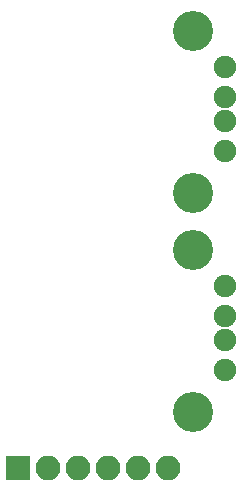
<source format=gbr>
G04 #@! TF.GenerationSoftware,KiCad,Pcbnew,(5.0.0)*
G04 #@! TF.CreationDate,2018-12-19T21:55:00+01:00*
G04 #@! TF.ProjectId,main,6D61696E2E6B696361645F7063620000,rev?*
G04 #@! TF.SameCoordinates,Original*
G04 #@! TF.FileFunction,Soldermask,Top*
G04 #@! TF.FilePolarity,Negative*
%FSLAX46Y46*%
G04 Gerber Fmt 4.6, Leading zero omitted, Abs format (unit mm)*
G04 Created by KiCad (PCBNEW (5.0.0)) date 12/19/18 21:55:00*
%MOMM*%
%LPD*%
G01*
G04 APERTURE LIST*
%ADD10O,2.100000X2.100000*%
%ADD11R,2.100000X2.100000*%
%ADD12C,1.900000*%
%ADD13C,3.400000*%
G04 APERTURE END LIST*
D10*
G04 #@! TO.C,J3*
X242595400Y-164477700D03*
X240055400Y-164477700D03*
X237515400Y-164477700D03*
X234975400Y-164477700D03*
X232435400Y-164477700D03*
D11*
X229895400Y-164477700D03*
G04 #@! TD*
D12*
G04 #@! TO.C,J1*
X247396000Y-130558000D03*
X247396000Y-133098000D03*
X247396000Y-135128000D03*
X247396000Y-137668000D03*
D13*
X244726000Y-127508000D03*
X244726000Y-141228000D03*
G04 #@! TD*
G04 #@! TO.C,J2*
X244726000Y-159770000D03*
X244726000Y-146050000D03*
D12*
X247396000Y-156210000D03*
X247396000Y-153670000D03*
X247396000Y-151640000D03*
X247396000Y-149100000D03*
G04 #@! TD*
M02*

</source>
